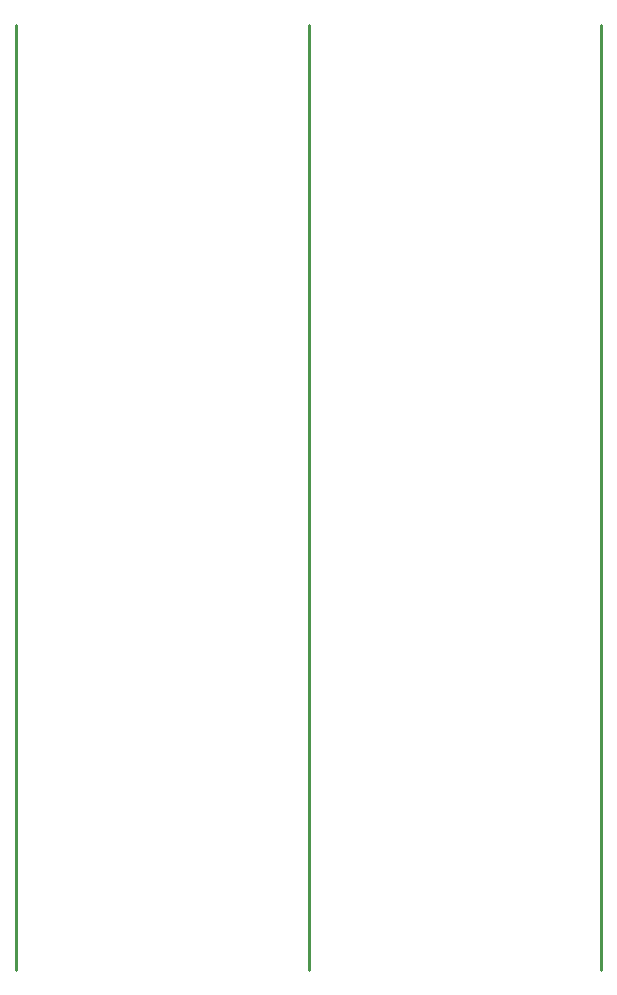
<source format=gbr>
%TF.GenerationSoftware,KiCad,Pcbnew,(5.1.4)-1*%
%TF.CreationDate,2022-01-23T20:52:20+02:00*%
%TF.ProjectId,Front Panel,46726f6e-7420-4506-916e-656c2e6b6963,rev?*%
%TF.SameCoordinates,Original*%
%TF.FileFunction,Other,User*%
%FSLAX46Y46*%
G04 Gerber Fmt 4.6, Leading zero omitted, Abs format (unit mm)*
G04 Created by KiCad (PCBNEW (5.1.4)-1) date 2022-01-23 20:52:20*
%MOMM*%
%LPD*%
G04 APERTURE LIST*
%ADD10C,0.254000*%
G04 APERTURE END LIST*
D10*
X107315000Y-107315000D02*
X107315000Y-27305000D01*
X132080000Y-27305000D02*
X132080000Y-107315000D01*
X156845000Y-107315000D02*
X156845000Y-27305000D01*
M02*

</source>
